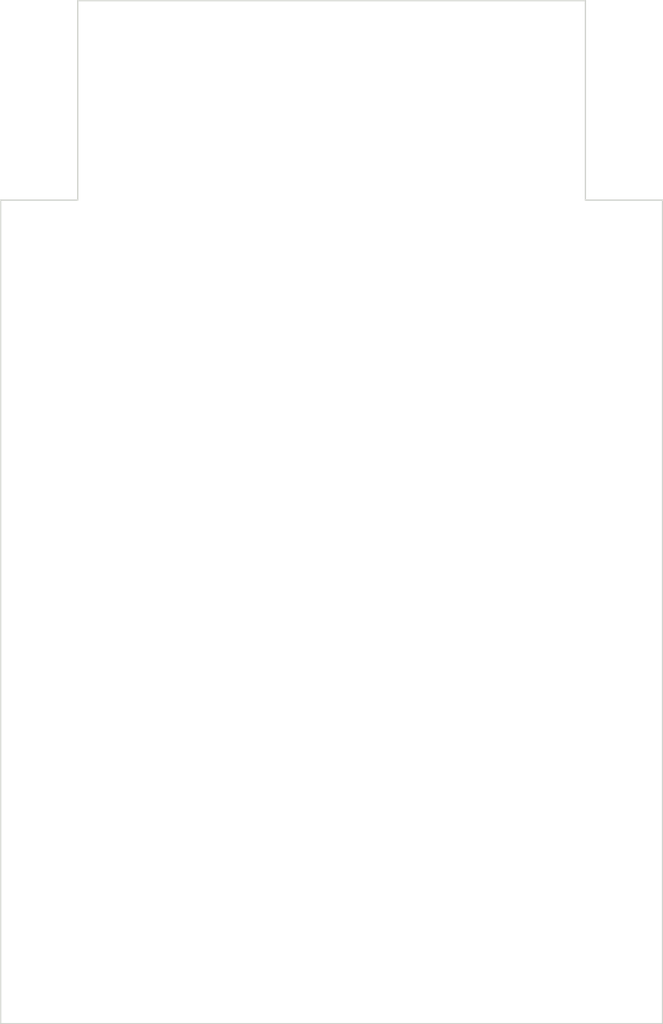
<source format=kicad_pcb>
(kicad_pcb (version 20211014) (generator pcbnew)

  (general
    (thickness 1.6)
  )

  (paper "A4")
  (layers
    (0 "F.Cu" signal)
    (31 "B.Cu" signal)
    (32 "B.Adhes" user "B.Adhesive")
    (33 "F.Adhes" user "F.Adhesive")
    (34 "B.Paste" user)
    (35 "F.Paste" user)
    (36 "B.SilkS" user "B.Silkscreen")
    (37 "F.SilkS" user "F.Silkscreen")
    (38 "B.Mask" user)
    (39 "F.Mask" user)
    (40 "Dwgs.User" user "User.Drawings")
    (41 "Cmts.User" user "User.Comments")
    (42 "Eco1.User" user "User.Eco1")
    (43 "Eco2.User" user "User.Eco2")
    (44 "Edge.Cuts" user)
    (45 "Margin" user)
    (46 "B.CrtYd" user "B.Courtyard")
    (47 "F.CrtYd" user "F.Courtyard")
    (48 "B.Fab" user)
    (49 "F.Fab" user)
    (50 "User.1" user)
    (51 "User.2" user)
    (52 "User.3" user)
    (53 "User.4" user)
    (54 "User.5" user)
    (55 "User.6" user)
    (56 "User.7" user)
    (57 "User.8" user)
    (58 "User.9" user)
  )

  (setup
    (pad_to_mask_clearance 0)
    (pcbplotparams
      (layerselection 0x00010fc_ffffffff)
      (disableapertmacros false)
      (usegerberextensions false)
      (usegerberattributes true)
      (usegerberadvancedattributes true)
      (creategerberjobfile true)
      (svguseinch false)
      (svgprecision 6)
      (excludeedgelayer true)
      (plotframeref false)
      (viasonmask false)
      (mode 1)
      (useauxorigin false)
      (hpglpennumber 1)
      (hpglpenspeed 20)
      (hpglpendiameter 15.000000)
      (dxfpolygonmode true)
      (dxfimperialunits true)
      (dxfusepcbnewfont true)
      (psnegative false)
      (psa4output false)
      (plotreference true)
      (plotvalue true)
      (plotinvisibletext false)
      (sketchpadsonfab false)
      (subtractmaskfromsilk false)
      (outputformat 1)
      (mirror false)
      (drillshape 1)
      (scaleselection 1)
      (outputdirectory "")
    )
  )

  (net 0 "")

  (gr_line (start 117 132) (end 117 68) (layer "Edge.Cuts") (width 0.1) (tstamp 16d44173-d244-4630-8e98-2da29a80f63d))
  (gr_line (start 117 68) (end 123 68) (layer "Edge.Cuts") (width 0.1) (tstamp 2a6dbd37-acdb-4ed1-a41f-fbd72a0ebcbf))
  (gr_line (start 162.5 52.5) (end 123 52.5) (layer "Edge.Cuts") (width 0.1) (tstamp 30e8f417-a6e2-4687-abcd-776e4ce0b8cc))
  (gr_line (start 123 68) (end 123 52.5) (layer "Edge.Cuts") (width 0.1) (tstamp 357a7648-1b15-4297-8aae-884f6c94b5ce))
  (gr_line (start 162.5 68) (end 162.5 52.5) (layer "Edge.Cuts") (width 0.1) (tstamp 7c088bd8-becc-4ba8-8f03-55f4f8be964a))
  (gr_line (start 117 132) (end 168.5 132) (layer "Edge.Cuts") (width 0.1) (tstamp b2a77a73-9ae7-4820-bbad-454c6d0064f2))
  (gr_line (start 168.5 132) (end 168.5 68) (layer "Edge.Cuts") (width 0.1) (tstamp f1e76987-2d36-4f42-9510-35a42cb17510))
  (gr_line (start 168.5 68) (end 162.5 68) (layer "Edge.Cuts") (width 0.1) (tstamp f891e1f6-505f-40a2-98da-dbdcacb2fdea))

)

</source>
